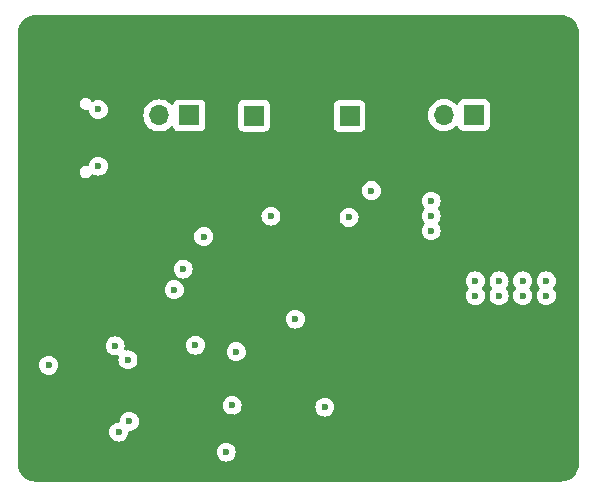
<source format=gbr>
%TF.GenerationSoftware,KiCad,Pcbnew,8.0.1*%
%TF.CreationDate,2024-06-13T11:44:25+10:00*%
%TF.ProjectId,CLD,434c442e-6b69-4636-9164-5f7063625858,rev?*%
%TF.SameCoordinates,Original*%
%TF.FileFunction,Copper,L2,Inr*%
%TF.FilePolarity,Positive*%
%FSLAX46Y46*%
G04 Gerber Fmt 4.6, Leading zero omitted, Abs format (unit mm)*
G04 Created by KiCad (PCBNEW 8.0.1) date 2024-06-13 11:44:25*
%MOMM*%
%LPD*%
G01*
G04 APERTURE LIST*
%TA.AperFunction,ComponentPad*%
%ADD10R,1.700000X1.700000*%
%TD*%
%TA.AperFunction,ComponentPad*%
%ADD11O,1.700000X1.700000*%
%TD*%
%TA.AperFunction,ComponentPad*%
%ADD12O,2.100000X1.000000*%
%TD*%
%TA.AperFunction,ComponentPad*%
%ADD13O,1.800000X1.000000*%
%TD*%
%TA.AperFunction,ViaPad*%
%ADD14C,0.600000*%
%TD*%
%TA.AperFunction,ViaPad*%
%ADD15C,4.500000*%
%TD*%
G04 APERTURE END LIST*
D10*
%TO.N,+5V*%
%TO.C,J3*%
X91008333Y-51512500D03*
D11*
%TO.N,GND*%
X93548333Y-51512500D03*
%TD*%
D12*
%TO.N,GND*%
%TO.C,J6*%
X77250000Y-49070000D03*
D13*
X73070000Y-49070000D03*
D12*
X77250000Y-57710000D03*
D13*
X73070000Y-57710000D03*
%TD*%
D10*
%TO.N,/Can_H*%
%TO.C,J4*%
X85525000Y-51500000D03*
D11*
%TO.N,/Can_L*%
X82985000Y-51500000D03*
%TD*%
D10*
%TO.N,VDD*%
%TO.C,J1*%
X109624999Y-51475000D03*
D11*
%TO.N,Net-(J1-Pin_2)*%
X107084999Y-51475000D03*
%TD*%
D10*
%TO.N,VDD*%
%TO.C,J2*%
X99091666Y-51537500D03*
D11*
%TO.N,GND*%
X101631666Y-51537500D03*
%TD*%
D14*
%TO.N,GND*%
X72000000Y-53750000D03*
X75250000Y-53500000D03*
X72000000Y-50750000D03*
X73750000Y-52000000D03*
X72000000Y-71250000D03*
X72250000Y-62500000D03*
X72250000Y-66250000D03*
X103000000Y-81000000D03*
%TO.N,+3.3V*%
X89150000Y-76050000D03*
X88650000Y-80000000D03*
X97000000Y-76200000D03*
%TO.N,GND*%
X104250000Y-60000000D03*
X85875000Y-77000000D03*
X101250000Y-73500000D03*
X106500000Y-73000000D03*
D15*
X116250000Y-45500000D03*
D14*
X115500000Y-60000000D03*
X85250000Y-74500000D03*
X88125000Y-77000000D03*
X95000000Y-58250000D03*
X117000000Y-62500000D03*
X117000000Y-58000000D03*
X103000000Y-74500000D03*
X80250000Y-65500000D03*
X93093324Y-72530330D03*
X98000000Y-73750000D03*
X74000000Y-69000000D03*
X104250000Y-61500000D03*
D15*
X73250000Y-45500000D03*
D14*
X106500000Y-68750000D03*
X82922785Y-79828966D03*
X96000000Y-48500000D03*
X117250000Y-48500000D03*
X102750000Y-60000000D03*
X106500000Y-71500000D03*
X107575000Y-76000000D03*
X89000000Y-67500000D03*
X87500000Y-66000000D03*
X102500000Y-63500000D03*
X118000000Y-68750000D03*
X80000000Y-48500000D03*
X91250000Y-71750000D03*
X83750000Y-78000000D03*
X96500000Y-56250000D03*
X97406676Y-71469670D03*
X77000000Y-69500000D03*
X89500000Y-57500000D03*
X101500000Y-62500000D03*
X89125000Y-77000000D03*
X88000000Y-48500000D03*
X74500000Y-49000000D03*
X90750000Y-57500000D03*
X86875000Y-77000000D03*
X92000000Y-67000000D03*
X91500000Y-81750000D03*
X110500000Y-81000000D03*
X87125000Y-80000000D03*
X106500000Y-70250000D03*
X92000000Y-65000000D03*
X96750000Y-80750000D03*
X93000000Y-66000000D03*
X103500000Y-63500000D03*
X110500000Y-45000000D03*
X76000000Y-58000000D03*
X118000000Y-74750000D03*
X88625000Y-74000000D03*
X82250000Y-74000000D03*
X110750000Y-75750000D03*
D15*
X116250000Y-80000000D03*
D14*
X76500000Y-44000000D03*
X78500000Y-49000000D03*
X80250000Y-64250000D03*
X100500000Y-61500000D03*
X88125000Y-75000000D03*
X95750000Y-57500000D03*
X104500000Y-73750000D03*
X92201992Y-74951992D03*
X80000000Y-58000000D03*
X89500000Y-65000000D03*
X85000000Y-72000000D03*
X76250000Y-64250000D03*
X84250000Y-58000000D03*
X82000000Y-45000000D03*
X74250000Y-76250000D03*
X104500000Y-72500000D03*
X76500000Y-82000000D03*
X78250000Y-74750000D03*
X108750000Y-75750000D03*
X103500000Y-60750000D03*
D15*
X73250000Y-80000000D03*
D14*
X77000000Y-74000000D03*
X99000000Y-56250000D03*
%TO.N,+3.3V*%
X92438128Y-60021313D03*
X86048008Y-70951992D03*
X94500000Y-68750000D03*
X84250000Y-66250000D03*
X99050001Y-60137500D03*
X85000000Y-64500000D03*
X86750000Y-61750000D03*
X89500000Y-71500000D03*
%TO.N,VDD*%
X100949999Y-57862500D03*
%TO.N,+5V*%
X73624011Y-72646169D03*
X77825000Y-50990000D03*
X77825000Y-55790000D03*
%TO.N,/Can_L*%
X79551076Y-78301076D03*
X79250000Y-71000000D03*
%TO.N,/Can_H*%
X80449102Y-77403050D03*
X80333363Y-72185337D03*
%TO.N,Net-(L1-Pad1)*%
X106000000Y-58750000D03*
X111750000Y-66750000D03*
X109750000Y-65500000D03*
X106000000Y-61250000D03*
X115750000Y-66750000D03*
X113750000Y-66750000D03*
X109750000Y-66750000D03*
X113750000Y-65500000D03*
X115750000Y-65500000D03*
X106000000Y-60000000D03*
X111750000Y-65500000D03*
%TD*%
%TA.AperFunction,Conductor*%
%TO.N,GND*%
G36*
X117004418Y-43000816D02*
G01*
X117204561Y-43015130D01*
X117222063Y-43017647D01*
X117413797Y-43059355D01*
X117430755Y-43064334D01*
X117614609Y-43132909D01*
X117630701Y-43140259D01*
X117802904Y-43234288D01*
X117817784Y-43243849D01*
X117974867Y-43361441D01*
X117988237Y-43373027D01*
X118126972Y-43511762D01*
X118138558Y-43525132D01*
X118256146Y-43682210D01*
X118265711Y-43697095D01*
X118359740Y-43869298D01*
X118367090Y-43885390D01*
X118435662Y-44069236D01*
X118440646Y-44086212D01*
X118482351Y-44277931D01*
X118484869Y-44295442D01*
X118499184Y-44495580D01*
X118499500Y-44504427D01*
X118499500Y-80995572D01*
X118499184Y-81004419D01*
X118484869Y-81204557D01*
X118482351Y-81222068D01*
X118440646Y-81413787D01*
X118435662Y-81430763D01*
X118367090Y-81614609D01*
X118359740Y-81630701D01*
X118265711Y-81802904D01*
X118256146Y-81817789D01*
X118138558Y-81974867D01*
X118126972Y-81988237D01*
X117988237Y-82126972D01*
X117974867Y-82138558D01*
X117817789Y-82256146D01*
X117802904Y-82265711D01*
X117630701Y-82359740D01*
X117614609Y-82367090D01*
X117430763Y-82435662D01*
X117413787Y-82440646D01*
X117222068Y-82482351D01*
X117204557Y-82484869D01*
X117023779Y-82497799D01*
X117004417Y-82499184D01*
X116995572Y-82499500D01*
X72504428Y-82499500D01*
X72495582Y-82499184D01*
X72473622Y-82497613D01*
X72295442Y-82484869D01*
X72277931Y-82482351D01*
X72086212Y-82440646D01*
X72069236Y-82435662D01*
X71885390Y-82367090D01*
X71869298Y-82359740D01*
X71697095Y-82265711D01*
X71682210Y-82256146D01*
X71525132Y-82138558D01*
X71511762Y-82126972D01*
X71373027Y-81988237D01*
X71361441Y-81974867D01*
X71243849Y-81817784D01*
X71234288Y-81802904D01*
X71140259Y-81630701D01*
X71132909Y-81614609D01*
X71072091Y-81451551D01*
X71064334Y-81430755D01*
X71059355Y-81413797D01*
X71017647Y-81222063D01*
X71015130Y-81204556D01*
X71000816Y-81004418D01*
X71000500Y-80995572D01*
X71000500Y-80000003D01*
X87844435Y-80000003D01*
X87864630Y-80179249D01*
X87864631Y-80179254D01*
X87924211Y-80349523D01*
X88020184Y-80502262D01*
X88147738Y-80629816D01*
X88300478Y-80725789D01*
X88470745Y-80785368D01*
X88470750Y-80785369D01*
X88649996Y-80805565D01*
X88650000Y-80805565D01*
X88650004Y-80805565D01*
X88829249Y-80785369D01*
X88829252Y-80785368D01*
X88829255Y-80785368D01*
X88999522Y-80725789D01*
X89152262Y-80629816D01*
X89279816Y-80502262D01*
X89375789Y-80349522D01*
X89435368Y-80179255D01*
X89455565Y-80000000D01*
X89435368Y-79820745D01*
X89375789Y-79650478D01*
X89279816Y-79497738D01*
X89152262Y-79370184D01*
X88999523Y-79274211D01*
X88829254Y-79214631D01*
X88829249Y-79214630D01*
X88650004Y-79194435D01*
X88649996Y-79194435D01*
X88470750Y-79214630D01*
X88470745Y-79214631D01*
X88300476Y-79274211D01*
X88147737Y-79370184D01*
X88020184Y-79497737D01*
X87924211Y-79650476D01*
X87864631Y-79820745D01*
X87864630Y-79820750D01*
X87844435Y-79999996D01*
X87844435Y-80000003D01*
X71000500Y-80000003D01*
X71000500Y-78301079D01*
X78745511Y-78301079D01*
X78765706Y-78480325D01*
X78765707Y-78480330D01*
X78825287Y-78650599D01*
X78921260Y-78803338D01*
X79048814Y-78930892D01*
X79201554Y-79026865D01*
X79371821Y-79086444D01*
X79371826Y-79086445D01*
X79551072Y-79106641D01*
X79551076Y-79106641D01*
X79551080Y-79106641D01*
X79730325Y-79086445D01*
X79730328Y-79086444D01*
X79730331Y-79086444D01*
X79900598Y-79026865D01*
X80053338Y-78930892D01*
X80180892Y-78803338D01*
X80276865Y-78650598D01*
X80336444Y-78480331D01*
X80354932Y-78316242D01*
X80381998Y-78251829D01*
X80439593Y-78212274D01*
X80464267Y-78206906D01*
X80504551Y-78202367D01*
X80628351Y-78188419D01*
X80628354Y-78188418D01*
X80628357Y-78188418D01*
X80798624Y-78128839D01*
X80951364Y-78032866D01*
X81078918Y-77905312D01*
X81174891Y-77752572D01*
X81234470Y-77582305D01*
X81241974Y-77515706D01*
X81254667Y-77403053D01*
X81254667Y-77403046D01*
X81234471Y-77223800D01*
X81234470Y-77223795D01*
X81174890Y-77053526D01*
X81094627Y-76925789D01*
X81078918Y-76900788D01*
X80951364Y-76773234D01*
X80798625Y-76677261D01*
X80628356Y-76617681D01*
X80628351Y-76617680D01*
X80449106Y-76597485D01*
X80449098Y-76597485D01*
X80269852Y-76617680D01*
X80269847Y-76617681D01*
X80099578Y-76677261D01*
X79946839Y-76773234D01*
X79819286Y-76900787D01*
X79723313Y-77053526D01*
X79663733Y-77223795D01*
X79663732Y-77223799D01*
X79645245Y-77387883D01*
X79618178Y-77452297D01*
X79560584Y-77491852D01*
X79535909Y-77497219D01*
X79371825Y-77515706D01*
X79371821Y-77515707D01*
X79201552Y-77575287D01*
X79048813Y-77671260D01*
X78921260Y-77798813D01*
X78825287Y-77951552D01*
X78765707Y-78121821D01*
X78765706Y-78121826D01*
X78745511Y-78301072D01*
X78745511Y-78301079D01*
X71000500Y-78301079D01*
X71000500Y-76050003D01*
X88344435Y-76050003D01*
X88364630Y-76229249D01*
X88364631Y-76229254D01*
X88424211Y-76399523D01*
X88518462Y-76549522D01*
X88520184Y-76552262D01*
X88647738Y-76679816D01*
X88683461Y-76702262D01*
X88796411Y-76773234D01*
X88800478Y-76775789D01*
X88954878Y-76829816D01*
X88970745Y-76835368D01*
X88970750Y-76835369D01*
X89149996Y-76855565D01*
X89150000Y-76855565D01*
X89150004Y-76855565D01*
X89329249Y-76835369D01*
X89329252Y-76835368D01*
X89329255Y-76835368D01*
X89499522Y-76775789D01*
X89652262Y-76679816D01*
X89779816Y-76552262D01*
X89875789Y-76399522D01*
X89935368Y-76229255D01*
X89938664Y-76200003D01*
X96194435Y-76200003D01*
X96214630Y-76379249D01*
X96214631Y-76379254D01*
X96274211Y-76549523D01*
X96354475Y-76677261D01*
X96370184Y-76702262D01*
X96497738Y-76829816D01*
X96588080Y-76886582D01*
X96610687Y-76900787D01*
X96650478Y-76925789D01*
X96820745Y-76985368D01*
X96820750Y-76985369D01*
X96999996Y-77005565D01*
X97000000Y-77005565D01*
X97000004Y-77005565D01*
X97179249Y-76985369D01*
X97179252Y-76985368D01*
X97179255Y-76985368D01*
X97349522Y-76925789D01*
X97502262Y-76829816D01*
X97629816Y-76702262D01*
X97725789Y-76549522D01*
X97785368Y-76379255D01*
X97802269Y-76229254D01*
X97805565Y-76200003D01*
X97805565Y-76199996D01*
X97785369Y-76020750D01*
X97785368Y-76020745D01*
X97732882Y-75870750D01*
X97725789Y-75850478D01*
X97629816Y-75697738D01*
X97502262Y-75570184D01*
X97349523Y-75474211D01*
X97179254Y-75414631D01*
X97179249Y-75414630D01*
X97000004Y-75394435D01*
X96999996Y-75394435D01*
X96820750Y-75414630D01*
X96820745Y-75414631D01*
X96650476Y-75474211D01*
X96497737Y-75570184D01*
X96370184Y-75697737D01*
X96274211Y-75850476D01*
X96214631Y-76020745D01*
X96214630Y-76020750D01*
X96194435Y-76199996D01*
X96194435Y-76200003D01*
X89938664Y-76200003D01*
X89955565Y-76050003D01*
X89955565Y-76049996D01*
X89935369Y-75870750D01*
X89935368Y-75870745D01*
X89875788Y-75700476D01*
X89836582Y-75638080D01*
X89779816Y-75547738D01*
X89652262Y-75420184D01*
X89643426Y-75414632D01*
X89499523Y-75324211D01*
X89329254Y-75264631D01*
X89329249Y-75264630D01*
X89150004Y-75244435D01*
X89149996Y-75244435D01*
X88970750Y-75264630D01*
X88970745Y-75264631D01*
X88800476Y-75324211D01*
X88647737Y-75420184D01*
X88520184Y-75547737D01*
X88424211Y-75700476D01*
X88364631Y-75870745D01*
X88364630Y-75870750D01*
X88344435Y-76049996D01*
X88344435Y-76050003D01*
X71000500Y-76050003D01*
X71000500Y-72646172D01*
X72818446Y-72646172D01*
X72838641Y-72825418D01*
X72838642Y-72825423D01*
X72898222Y-72995692D01*
X72994195Y-73148431D01*
X73121749Y-73275985D01*
X73274489Y-73371958D01*
X73444756Y-73431537D01*
X73444761Y-73431538D01*
X73624007Y-73451734D01*
X73624011Y-73451734D01*
X73624015Y-73451734D01*
X73803260Y-73431538D01*
X73803263Y-73431537D01*
X73803266Y-73431537D01*
X73973533Y-73371958D01*
X74126273Y-73275985D01*
X74253827Y-73148431D01*
X74349800Y-72995691D01*
X74409379Y-72825424D01*
X74409380Y-72825418D01*
X74429576Y-72646172D01*
X74429576Y-72646165D01*
X74409380Y-72466919D01*
X74409379Y-72466914D01*
X74373575Y-72364592D01*
X74349800Y-72296647D01*
X74253827Y-72143907D01*
X74126273Y-72016353D01*
X74103847Y-72002262D01*
X73973534Y-71920380D01*
X73803265Y-71860800D01*
X73803260Y-71860799D01*
X73624015Y-71840604D01*
X73624007Y-71840604D01*
X73444761Y-71860799D01*
X73444756Y-71860800D01*
X73274487Y-71920380D01*
X73121748Y-72016353D01*
X72994195Y-72143906D01*
X72898222Y-72296645D01*
X72838642Y-72466914D01*
X72838641Y-72466919D01*
X72818446Y-72646165D01*
X72818446Y-72646172D01*
X71000500Y-72646172D01*
X71000500Y-71000003D01*
X78444435Y-71000003D01*
X78464630Y-71179249D01*
X78464631Y-71179254D01*
X78524211Y-71349523D01*
X78593345Y-71459548D01*
X78620184Y-71502262D01*
X78747738Y-71629816D01*
X78900478Y-71725789D01*
X78991266Y-71757557D01*
X79070745Y-71785368D01*
X79070750Y-71785369D01*
X79249996Y-71805565D01*
X79250000Y-71805565D01*
X79250004Y-71805565D01*
X79436175Y-71784589D01*
X79436500Y-71787478D01*
X79493239Y-71790955D01*
X79549596Y-71832254D01*
X79574679Y-71897466D01*
X79568134Y-71948528D01*
X79547994Y-72006082D01*
X79547993Y-72006087D01*
X79527798Y-72185333D01*
X79527798Y-72185340D01*
X79547993Y-72364586D01*
X79547994Y-72364591D01*
X79607574Y-72534860D01*
X79703547Y-72687599D01*
X79831101Y-72815153D01*
X79983841Y-72911126D01*
X80154108Y-72970705D01*
X80154113Y-72970706D01*
X80333359Y-72990902D01*
X80333363Y-72990902D01*
X80333367Y-72990902D01*
X80512612Y-72970706D01*
X80512615Y-72970705D01*
X80512618Y-72970705D01*
X80682885Y-72911126D01*
X80835625Y-72815153D01*
X80963179Y-72687599D01*
X81059152Y-72534859D01*
X81118731Y-72364592D01*
X81125382Y-72305565D01*
X81138928Y-72185340D01*
X81138928Y-72185333D01*
X81118732Y-72006087D01*
X81118731Y-72006082D01*
X81098592Y-71948528D01*
X81059152Y-71835815D01*
X81056914Y-71832254D01*
X80997289Y-71737361D01*
X80963179Y-71683075D01*
X80835625Y-71555521D01*
X80747269Y-71500003D01*
X80682886Y-71459548D01*
X80512617Y-71399968D01*
X80512612Y-71399967D01*
X80333367Y-71379772D01*
X80333359Y-71379772D01*
X80147188Y-71400748D01*
X80146865Y-71397882D01*
X80089992Y-71394333D01*
X80033681Y-71352971D01*
X80008671Y-71287730D01*
X80015228Y-71236810D01*
X80035368Y-71179255D01*
X80035369Y-71179249D01*
X80055565Y-71000003D01*
X80055565Y-70999996D01*
X80050157Y-70951995D01*
X85242443Y-70951995D01*
X85262638Y-71131241D01*
X85262639Y-71131246D01*
X85322219Y-71301515D01*
X85371392Y-71379772D01*
X85418192Y-71454254D01*
X85545746Y-71581808D01*
X85698486Y-71677781D01*
X85835682Y-71725788D01*
X85868753Y-71737360D01*
X85868758Y-71737361D01*
X86048004Y-71757557D01*
X86048008Y-71757557D01*
X86048012Y-71757557D01*
X86227257Y-71737361D01*
X86227260Y-71737360D01*
X86227263Y-71737360D01*
X86397530Y-71677781D01*
X86550270Y-71581808D01*
X86632075Y-71500003D01*
X88694435Y-71500003D01*
X88714630Y-71679249D01*
X88714631Y-71679254D01*
X88774211Y-71849523D01*
X88870184Y-72002262D01*
X88997738Y-72129816D01*
X89150478Y-72225789D01*
X89320745Y-72285368D01*
X89320750Y-72285369D01*
X89499996Y-72305565D01*
X89500000Y-72305565D01*
X89500004Y-72305565D01*
X89679249Y-72285369D01*
X89679252Y-72285368D01*
X89679255Y-72285368D01*
X89849522Y-72225789D01*
X90002262Y-72129816D01*
X90129816Y-72002262D01*
X90225789Y-71849522D01*
X90285368Y-71679255D01*
X90285534Y-71677781D01*
X90305565Y-71500003D01*
X90305565Y-71499996D01*
X90285369Y-71320750D01*
X90285368Y-71320745D01*
X90278639Y-71301514D01*
X90225789Y-71150478D01*
X90213705Y-71131247D01*
X90131237Y-71000000D01*
X90129816Y-70997738D01*
X90002262Y-70870184D01*
X89849523Y-70774211D01*
X89679254Y-70714631D01*
X89679249Y-70714630D01*
X89500004Y-70694435D01*
X89499996Y-70694435D01*
X89320750Y-70714630D01*
X89320745Y-70714631D01*
X89150476Y-70774211D01*
X88997737Y-70870184D01*
X88870184Y-70997737D01*
X88774211Y-71150476D01*
X88714631Y-71320745D01*
X88714630Y-71320750D01*
X88694435Y-71499996D01*
X88694435Y-71500003D01*
X86632075Y-71500003D01*
X86677824Y-71454254D01*
X86773797Y-71301514D01*
X86833376Y-71131247D01*
X86848164Y-71000000D01*
X86853573Y-70951995D01*
X86853573Y-70951988D01*
X86833377Y-70772742D01*
X86833376Y-70772737D01*
X86773796Y-70602468D01*
X86677823Y-70449729D01*
X86550270Y-70322176D01*
X86397531Y-70226203D01*
X86227262Y-70166623D01*
X86227257Y-70166622D01*
X86048012Y-70146427D01*
X86048004Y-70146427D01*
X85868758Y-70166622D01*
X85868753Y-70166623D01*
X85698484Y-70226203D01*
X85545745Y-70322176D01*
X85418192Y-70449729D01*
X85322219Y-70602468D01*
X85262639Y-70772737D01*
X85262638Y-70772742D01*
X85242443Y-70951988D01*
X85242443Y-70951995D01*
X80050157Y-70951995D01*
X80035369Y-70820750D01*
X80035368Y-70820745D01*
X79975788Y-70650476D01*
X79879815Y-70497737D01*
X79752262Y-70370184D01*
X79599523Y-70274211D01*
X79429254Y-70214631D01*
X79429249Y-70214630D01*
X79250004Y-70194435D01*
X79249996Y-70194435D01*
X79070750Y-70214630D01*
X79070745Y-70214631D01*
X78900476Y-70274211D01*
X78747737Y-70370184D01*
X78620184Y-70497737D01*
X78524211Y-70650476D01*
X78464631Y-70820745D01*
X78464630Y-70820750D01*
X78444435Y-70999996D01*
X78444435Y-71000003D01*
X71000500Y-71000003D01*
X71000500Y-68750003D01*
X93694435Y-68750003D01*
X93714630Y-68929249D01*
X93714631Y-68929254D01*
X93774211Y-69099523D01*
X93870184Y-69252262D01*
X93997738Y-69379816D01*
X94150478Y-69475789D01*
X94320745Y-69535368D01*
X94320750Y-69535369D01*
X94499996Y-69555565D01*
X94500000Y-69555565D01*
X94500004Y-69555565D01*
X94679249Y-69535369D01*
X94679252Y-69535368D01*
X94679255Y-69535368D01*
X94849522Y-69475789D01*
X95002262Y-69379816D01*
X95129816Y-69252262D01*
X95225789Y-69099522D01*
X95285368Y-68929255D01*
X95305565Y-68750000D01*
X95285368Y-68570745D01*
X95225789Y-68400478D01*
X95129816Y-68247738D01*
X95002262Y-68120184D01*
X94849523Y-68024211D01*
X94679254Y-67964631D01*
X94679249Y-67964630D01*
X94500004Y-67944435D01*
X94499996Y-67944435D01*
X94320750Y-67964630D01*
X94320745Y-67964631D01*
X94150476Y-68024211D01*
X93997737Y-68120184D01*
X93870184Y-68247737D01*
X93774211Y-68400476D01*
X93714631Y-68570745D01*
X93714630Y-68570750D01*
X93694435Y-68749996D01*
X93694435Y-68750003D01*
X71000500Y-68750003D01*
X71000500Y-66250003D01*
X83444435Y-66250003D01*
X83464630Y-66429249D01*
X83464631Y-66429254D01*
X83524211Y-66599523D01*
X83618760Y-66749996D01*
X83620184Y-66752262D01*
X83747738Y-66879816D01*
X83900478Y-66975789D01*
X84070745Y-67035368D01*
X84070750Y-67035369D01*
X84249996Y-67055565D01*
X84250000Y-67055565D01*
X84250004Y-67055565D01*
X84429249Y-67035369D01*
X84429252Y-67035368D01*
X84429255Y-67035368D01*
X84599522Y-66975789D01*
X84752262Y-66879816D01*
X84879816Y-66752262D01*
X84881235Y-66750003D01*
X108944435Y-66750003D01*
X108964630Y-66929249D01*
X108964631Y-66929254D01*
X109024211Y-67099523D01*
X109120184Y-67252262D01*
X109247738Y-67379816D01*
X109400478Y-67475789D01*
X109570745Y-67535368D01*
X109570750Y-67535369D01*
X109749996Y-67555565D01*
X109750000Y-67555565D01*
X109750004Y-67555565D01*
X109929249Y-67535369D01*
X109929252Y-67535368D01*
X109929255Y-67535368D01*
X110099522Y-67475789D01*
X110252262Y-67379816D01*
X110379816Y-67252262D01*
X110475789Y-67099522D01*
X110535368Y-66929255D01*
X110535369Y-66929249D01*
X110555565Y-66750003D01*
X110944435Y-66750003D01*
X110964630Y-66929249D01*
X110964631Y-66929254D01*
X111024211Y-67099523D01*
X111120184Y-67252262D01*
X111247738Y-67379816D01*
X111400478Y-67475789D01*
X111570745Y-67535368D01*
X111570750Y-67535369D01*
X111749996Y-67555565D01*
X111750000Y-67555565D01*
X111750004Y-67555565D01*
X111929249Y-67535369D01*
X111929252Y-67535368D01*
X111929255Y-67535368D01*
X112099522Y-67475789D01*
X112252262Y-67379816D01*
X112379816Y-67252262D01*
X112475789Y-67099522D01*
X112535368Y-66929255D01*
X112535369Y-66929249D01*
X112555565Y-66750003D01*
X112944435Y-66750003D01*
X112964630Y-66929249D01*
X112964631Y-66929254D01*
X113024211Y-67099523D01*
X113120184Y-67252262D01*
X113247738Y-67379816D01*
X113400478Y-67475789D01*
X113570745Y-67535368D01*
X113570750Y-67535369D01*
X113749996Y-67555565D01*
X113750000Y-67555565D01*
X113750004Y-67555565D01*
X113929249Y-67535369D01*
X113929252Y-67535368D01*
X113929255Y-67535368D01*
X114099522Y-67475789D01*
X114252262Y-67379816D01*
X114379816Y-67252262D01*
X114475789Y-67099522D01*
X114535368Y-66929255D01*
X114535369Y-66929249D01*
X114555565Y-66750003D01*
X114944435Y-66750003D01*
X114964630Y-66929249D01*
X114964631Y-66929254D01*
X115024211Y-67099523D01*
X115120184Y-67252262D01*
X115247738Y-67379816D01*
X115400478Y-67475789D01*
X115570745Y-67535368D01*
X115570750Y-67535369D01*
X115749996Y-67555565D01*
X115750000Y-67555565D01*
X115750004Y-67555565D01*
X115929249Y-67535369D01*
X115929252Y-67535368D01*
X115929255Y-67535368D01*
X116099522Y-67475789D01*
X116252262Y-67379816D01*
X116379816Y-67252262D01*
X116475789Y-67099522D01*
X116535368Y-66929255D01*
X116535369Y-66929249D01*
X116555565Y-66750003D01*
X116555565Y-66749996D01*
X116535369Y-66570750D01*
X116535368Y-66570745D01*
X116475789Y-66400478D01*
X116379816Y-66247738D01*
X116344759Y-66212681D01*
X116311274Y-66151358D01*
X116316258Y-66081666D01*
X116344759Y-66037319D01*
X116379816Y-66002262D01*
X116475789Y-65849522D01*
X116535368Y-65679255D01*
X116555565Y-65500000D01*
X116549304Y-65444435D01*
X116535369Y-65320750D01*
X116535368Y-65320745D01*
X116475788Y-65150476D01*
X116436582Y-65088080D01*
X116379816Y-64997738D01*
X116252262Y-64870184D01*
X116219379Y-64849522D01*
X116099523Y-64774211D01*
X115929254Y-64714631D01*
X115929249Y-64714630D01*
X115750004Y-64694435D01*
X115749996Y-64694435D01*
X115570750Y-64714630D01*
X115570745Y-64714631D01*
X115400476Y-64774211D01*
X115247737Y-64870184D01*
X115120184Y-64997737D01*
X115024211Y-65150476D01*
X114964631Y-65320745D01*
X114964630Y-65320750D01*
X114944435Y-65499996D01*
X114944435Y-65500003D01*
X114964630Y-65679249D01*
X114964631Y-65679254D01*
X115024211Y-65849523D01*
X115120184Y-66002262D01*
X115155241Y-66037319D01*
X115188726Y-66098642D01*
X115183742Y-66168334D01*
X115155241Y-66212681D01*
X115120184Y-66247737D01*
X115024211Y-66400476D01*
X114964631Y-66570745D01*
X114964630Y-66570750D01*
X114944435Y-66749996D01*
X114944435Y-66750003D01*
X114555565Y-66750003D01*
X114555565Y-66749996D01*
X114535369Y-66570750D01*
X114535368Y-66570745D01*
X114475789Y-66400478D01*
X114379816Y-66247738D01*
X114344759Y-66212681D01*
X114311274Y-66151358D01*
X114316258Y-66081666D01*
X114344759Y-66037319D01*
X114379816Y-66002262D01*
X114475789Y-65849522D01*
X114535368Y-65679255D01*
X114555565Y-65500000D01*
X114549304Y-65444435D01*
X114535369Y-65320750D01*
X114535368Y-65320745D01*
X114475788Y-65150476D01*
X114436582Y-65088080D01*
X114379816Y-64997738D01*
X114252262Y-64870184D01*
X114219379Y-64849522D01*
X114099523Y-64774211D01*
X113929254Y-64714631D01*
X113929249Y-64714630D01*
X113750004Y-64694435D01*
X113749996Y-64694435D01*
X113570750Y-64714630D01*
X113570745Y-64714631D01*
X113400476Y-64774211D01*
X113247737Y-64870184D01*
X113120184Y-64997737D01*
X113024211Y-65150476D01*
X112964631Y-65320745D01*
X112964630Y-65320750D01*
X112944435Y-65499996D01*
X112944435Y-65500003D01*
X112964630Y-65679249D01*
X112964631Y-65679254D01*
X113024211Y-65849523D01*
X113120184Y-66002262D01*
X113155241Y-66037319D01*
X113188726Y-66098642D01*
X113183742Y-66168334D01*
X113155241Y-66212681D01*
X113120184Y-66247737D01*
X113024211Y-66400476D01*
X112964631Y-66570745D01*
X112964630Y-66570750D01*
X112944435Y-66749996D01*
X112944435Y-66750003D01*
X112555565Y-66750003D01*
X112555565Y-66749996D01*
X112535369Y-66570750D01*
X112535368Y-66570745D01*
X112475789Y-66400478D01*
X112379816Y-66247738D01*
X112344759Y-66212681D01*
X112311274Y-66151358D01*
X112316258Y-66081666D01*
X112344759Y-66037319D01*
X112379816Y-66002262D01*
X112475789Y-65849522D01*
X112535368Y-65679255D01*
X112555565Y-65500000D01*
X112549304Y-65444435D01*
X112535369Y-65320750D01*
X112535368Y-65320745D01*
X112475788Y-65150476D01*
X112436582Y-65088080D01*
X112379816Y-64997738D01*
X112252262Y-64870184D01*
X112219379Y-64849522D01*
X112099523Y-64774211D01*
X111929254Y-64714631D01*
X111929249Y-64714630D01*
X111750004Y-64694435D01*
X111749996Y-64694435D01*
X111570750Y-64714630D01*
X111570745Y-64714631D01*
X111400476Y-64774211D01*
X111247737Y-64870184D01*
X111120184Y-64997737D01*
X111024211Y-65150476D01*
X110964631Y-65320745D01*
X110964630Y-65320750D01*
X110944435Y-65499996D01*
X110944435Y-65500003D01*
X110964630Y-65679249D01*
X110964631Y-65679254D01*
X111024211Y-65849523D01*
X111120184Y-66002262D01*
X111155241Y-66037319D01*
X111188726Y-66098642D01*
X111183742Y-66168334D01*
X111155241Y-66212681D01*
X111120184Y-66247737D01*
X111024211Y-66400476D01*
X110964631Y-66570745D01*
X110964630Y-66570750D01*
X110944435Y-66749996D01*
X110944435Y-66750003D01*
X110555565Y-66750003D01*
X110555565Y-66749996D01*
X110535369Y-66570750D01*
X110535368Y-66570745D01*
X110475789Y-66400478D01*
X110379816Y-66247738D01*
X110344759Y-66212681D01*
X110311274Y-66151358D01*
X110316258Y-66081666D01*
X110344759Y-66037319D01*
X110379816Y-66002262D01*
X110475789Y-65849522D01*
X110535368Y-65679255D01*
X110555565Y-65500000D01*
X110549304Y-65444435D01*
X110535369Y-65320750D01*
X110535368Y-65320745D01*
X110475788Y-65150476D01*
X110436582Y-65088080D01*
X110379816Y-64997738D01*
X110252262Y-64870184D01*
X110219379Y-64849522D01*
X110099523Y-64774211D01*
X109929254Y-64714631D01*
X109929249Y-64714630D01*
X109750004Y-64694435D01*
X109749996Y-64694435D01*
X109570750Y-64714630D01*
X109570745Y-64714631D01*
X109400476Y-64774211D01*
X109247737Y-64870184D01*
X109120184Y-64997737D01*
X109024211Y-65150476D01*
X108964631Y-65320745D01*
X108964630Y-65320750D01*
X108944435Y-65499996D01*
X108944435Y-65500003D01*
X108964630Y-65679249D01*
X108964631Y-65679254D01*
X109024211Y-65849523D01*
X109120184Y-66002262D01*
X109155241Y-66037319D01*
X109188726Y-66098642D01*
X109183742Y-66168334D01*
X109155241Y-66212681D01*
X109120184Y-66247737D01*
X109024211Y-66400476D01*
X108964631Y-66570745D01*
X108964630Y-66570750D01*
X108944435Y-66749996D01*
X108944435Y-66750003D01*
X84881235Y-66750003D01*
X84975789Y-66599522D01*
X85035368Y-66429255D01*
X85035369Y-66429249D01*
X85055565Y-66250003D01*
X85055565Y-66249996D01*
X85035369Y-66070750D01*
X85035368Y-66070745D01*
X84975788Y-65900476D01*
X84879815Y-65747737D01*
X84752262Y-65620184D01*
X84599523Y-65524211D01*
X84429254Y-65464631D01*
X84429249Y-65464630D01*
X84250004Y-65444435D01*
X84249996Y-65444435D01*
X84070750Y-65464630D01*
X84070745Y-65464631D01*
X83900476Y-65524211D01*
X83747737Y-65620184D01*
X83620184Y-65747737D01*
X83524211Y-65900476D01*
X83464631Y-66070745D01*
X83464630Y-66070750D01*
X83444435Y-66249996D01*
X83444435Y-66250003D01*
X71000500Y-66250003D01*
X71000500Y-64500003D01*
X84194435Y-64500003D01*
X84214630Y-64679249D01*
X84214631Y-64679254D01*
X84274211Y-64849523D01*
X84367341Y-64997737D01*
X84370184Y-65002262D01*
X84497738Y-65129816D01*
X84650478Y-65225789D01*
X84820745Y-65285368D01*
X84820750Y-65285369D01*
X84999996Y-65305565D01*
X85000000Y-65305565D01*
X85000004Y-65305565D01*
X85179249Y-65285369D01*
X85179252Y-65285368D01*
X85179255Y-65285368D01*
X85349522Y-65225789D01*
X85502262Y-65129816D01*
X85629816Y-65002262D01*
X85725789Y-64849522D01*
X85785368Y-64679255D01*
X85805565Y-64500000D01*
X85785368Y-64320745D01*
X85725789Y-64150478D01*
X85629816Y-63997738D01*
X85502262Y-63870184D01*
X85349523Y-63774211D01*
X85179254Y-63714631D01*
X85179249Y-63714630D01*
X85000004Y-63694435D01*
X84999996Y-63694435D01*
X84820750Y-63714630D01*
X84820745Y-63714631D01*
X84650476Y-63774211D01*
X84497737Y-63870184D01*
X84370184Y-63997737D01*
X84274211Y-64150476D01*
X84214631Y-64320745D01*
X84214630Y-64320750D01*
X84194435Y-64499996D01*
X84194435Y-64500003D01*
X71000500Y-64500003D01*
X71000500Y-61750003D01*
X85944435Y-61750003D01*
X85964630Y-61929249D01*
X85964631Y-61929254D01*
X86024211Y-62099523D01*
X86120184Y-62252262D01*
X86247738Y-62379816D01*
X86400478Y-62475789D01*
X86570745Y-62535368D01*
X86570750Y-62535369D01*
X86749996Y-62555565D01*
X86750000Y-62555565D01*
X86750004Y-62555565D01*
X86929249Y-62535369D01*
X86929252Y-62535368D01*
X86929255Y-62535368D01*
X87099522Y-62475789D01*
X87252262Y-62379816D01*
X87379816Y-62252262D01*
X87475789Y-62099522D01*
X87535368Y-61929255D01*
X87535369Y-61929249D01*
X87555565Y-61750003D01*
X87555565Y-61749996D01*
X87535369Y-61570750D01*
X87535368Y-61570745D01*
X87475789Y-61400478D01*
X87381239Y-61250003D01*
X105194435Y-61250003D01*
X105214630Y-61429249D01*
X105214631Y-61429254D01*
X105274211Y-61599523D01*
X105368760Y-61749996D01*
X105370184Y-61752262D01*
X105497738Y-61879816D01*
X105650478Y-61975789D01*
X105820745Y-62035368D01*
X105820750Y-62035369D01*
X105999996Y-62055565D01*
X106000000Y-62055565D01*
X106000004Y-62055565D01*
X106179249Y-62035369D01*
X106179252Y-62035368D01*
X106179255Y-62035368D01*
X106349522Y-61975789D01*
X106502262Y-61879816D01*
X106629816Y-61752262D01*
X106725789Y-61599522D01*
X106785368Y-61429255D01*
X106785369Y-61429249D01*
X106805565Y-61250003D01*
X106805565Y-61249996D01*
X106785369Y-61070750D01*
X106785368Y-61070745D01*
X106733624Y-60922869D01*
X106725789Y-60900478D01*
X106629816Y-60747738D01*
X106594759Y-60712681D01*
X106561274Y-60651358D01*
X106566258Y-60581666D01*
X106594759Y-60537319D01*
X106608503Y-60523575D01*
X106629816Y-60502262D01*
X106725789Y-60349522D01*
X106785368Y-60179255D01*
X106785369Y-60179249D01*
X106805565Y-60000003D01*
X106805565Y-59999996D01*
X106785369Y-59820750D01*
X106785368Y-59820745D01*
X106773902Y-59787976D01*
X106725789Y-59650478D01*
X106716212Y-59635237D01*
X106629815Y-59497737D01*
X106594759Y-59462681D01*
X106561274Y-59401358D01*
X106566258Y-59331666D01*
X106594759Y-59287319D01*
X106629816Y-59252262D01*
X106725789Y-59099522D01*
X106785368Y-58929255D01*
X106805565Y-58750000D01*
X106796333Y-58668065D01*
X106785369Y-58570750D01*
X106785368Y-58570745D01*
X106725789Y-58400478D01*
X106629816Y-58247738D01*
X106502262Y-58120184D01*
X106349523Y-58024211D01*
X106179254Y-57964631D01*
X106179249Y-57964630D01*
X106000004Y-57944435D01*
X105999996Y-57944435D01*
X105820750Y-57964630D01*
X105820745Y-57964631D01*
X105650476Y-58024211D01*
X105497737Y-58120184D01*
X105370184Y-58247737D01*
X105274211Y-58400476D01*
X105214631Y-58570745D01*
X105214630Y-58570750D01*
X105194435Y-58749996D01*
X105194435Y-58750003D01*
X105214630Y-58929249D01*
X105214631Y-58929254D01*
X105274211Y-59099523D01*
X105370184Y-59252262D01*
X105405241Y-59287319D01*
X105438726Y-59348642D01*
X105433742Y-59418334D01*
X105405241Y-59462681D01*
X105370184Y-59497737D01*
X105274211Y-59650476D01*
X105214631Y-59820745D01*
X105214630Y-59820750D01*
X105194435Y-59999996D01*
X105194435Y-60000003D01*
X105214630Y-60179249D01*
X105214631Y-60179254D01*
X105274211Y-60349523D01*
X105370184Y-60502262D01*
X105405241Y-60537319D01*
X105438726Y-60598642D01*
X105433742Y-60668334D01*
X105405241Y-60712681D01*
X105370184Y-60747737D01*
X105274211Y-60900476D01*
X105214631Y-61070745D01*
X105214630Y-61070750D01*
X105194435Y-61249996D01*
X105194435Y-61250003D01*
X87381239Y-61250003D01*
X87379816Y-61247738D01*
X87252262Y-61120184D01*
X87099523Y-61024211D01*
X86929254Y-60964631D01*
X86929249Y-60964630D01*
X86750004Y-60944435D01*
X86749996Y-60944435D01*
X86570750Y-60964630D01*
X86570745Y-60964631D01*
X86400476Y-61024211D01*
X86247737Y-61120184D01*
X86120184Y-61247737D01*
X86024211Y-61400476D01*
X85964631Y-61570745D01*
X85964630Y-61570750D01*
X85944435Y-61749996D01*
X85944435Y-61750003D01*
X71000500Y-61750003D01*
X71000500Y-60021316D01*
X91632563Y-60021316D01*
X91652758Y-60200562D01*
X91652759Y-60200567D01*
X91712339Y-60370836D01*
X91785344Y-60487022D01*
X91808312Y-60523575D01*
X91935866Y-60651129D01*
X92088606Y-60747102D01*
X92258873Y-60806681D01*
X92258878Y-60806682D01*
X92438124Y-60826878D01*
X92438128Y-60826878D01*
X92438132Y-60826878D01*
X92617377Y-60806682D01*
X92617380Y-60806681D01*
X92617383Y-60806681D01*
X92787650Y-60747102D01*
X92940390Y-60651129D01*
X93067944Y-60523575D01*
X93163917Y-60370835D01*
X93223496Y-60200568D01*
X93223497Y-60200562D01*
X93230602Y-60137503D01*
X98244436Y-60137503D01*
X98264631Y-60316749D01*
X98264632Y-60316754D01*
X98324212Y-60487023D01*
X98410909Y-60625000D01*
X98420185Y-60639762D01*
X98547739Y-60767316D01*
X98700479Y-60863289D01*
X98806759Y-60900478D01*
X98870746Y-60922868D01*
X98870751Y-60922869D01*
X99049997Y-60943065D01*
X99050001Y-60943065D01*
X99050005Y-60943065D01*
X99229250Y-60922869D01*
X99229253Y-60922868D01*
X99229256Y-60922868D01*
X99399523Y-60863289D01*
X99552263Y-60767316D01*
X99679817Y-60639762D01*
X99775790Y-60487022D01*
X99835369Y-60316755D01*
X99848461Y-60200562D01*
X99855566Y-60137503D01*
X99855566Y-60137496D01*
X99835370Y-59958250D01*
X99835369Y-59958245D01*
X99787257Y-59820750D01*
X99775790Y-59787978D01*
X99679817Y-59635238D01*
X99552263Y-59507684D01*
X99536434Y-59497738D01*
X99399524Y-59411711D01*
X99229255Y-59352131D01*
X99229250Y-59352130D01*
X99050005Y-59331935D01*
X99049997Y-59331935D01*
X98870751Y-59352130D01*
X98870746Y-59352131D01*
X98700477Y-59411711D01*
X98547738Y-59507684D01*
X98420185Y-59635237D01*
X98324212Y-59787976D01*
X98264632Y-59958245D01*
X98264631Y-59958250D01*
X98244436Y-60137496D01*
X98244436Y-60137503D01*
X93230602Y-60137503D01*
X93243693Y-60021316D01*
X93243693Y-60021309D01*
X93223497Y-59842063D01*
X93223496Y-59842058D01*
X93216038Y-59820745D01*
X93163917Y-59671791D01*
X93067944Y-59519051D01*
X92940390Y-59391497D01*
X92877741Y-59352132D01*
X92787651Y-59295524D01*
X92617382Y-59235944D01*
X92617377Y-59235943D01*
X92438132Y-59215748D01*
X92438124Y-59215748D01*
X92258878Y-59235943D01*
X92258873Y-59235944D01*
X92088604Y-59295524D01*
X91935865Y-59391497D01*
X91808312Y-59519050D01*
X91712339Y-59671789D01*
X91652759Y-59842058D01*
X91652758Y-59842063D01*
X91632563Y-60021309D01*
X91632563Y-60021316D01*
X71000500Y-60021316D01*
X71000500Y-57862503D01*
X100144434Y-57862503D01*
X100164629Y-58041749D01*
X100164630Y-58041754D01*
X100224210Y-58212023D01*
X100320183Y-58364762D01*
X100447737Y-58492316D01*
X100600477Y-58588289D01*
X100770744Y-58647868D01*
X100770749Y-58647869D01*
X100949995Y-58668065D01*
X100949999Y-58668065D01*
X100950003Y-58668065D01*
X101129248Y-58647869D01*
X101129251Y-58647868D01*
X101129254Y-58647868D01*
X101299521Y-58588289D01*
X101452261Y-58492316D01*
X101579815Y-58364762D01*
X101675788Y-58212022D01*
X101735367Y-58041755D01*
X101744057Y-57964630D01*
X101755564Y-57862503D01*
X101755564Y-57862496D01*
X101735368Y-57683250D01*
X101735367Y-57683245D01*
X101675787Y-57512976D01*
X101579814Y-57360237D01*
X101452261Y-57232684D01*
X101299522Y-57136711D01*
X101129253Y-57077131D01*
X101129248Y-57077130D01*
X100950003Y-57056935D01*
X100949995Y-57056935D01*
X100770749Y-57077130D01*
X100770744Y-57077131D01*
X100600475Y-57136711D01*
X100447736Y-57232684D01*
X100320183Y-57360237D01*
X100224210Y-57512976D01*
X100164630Y-57683245D01*
X100164629Y-57683250D01*
X100144434Y-57862496D01*
X100144434Y-57862503D01*
X71000500Y-57862503D01*
X71000500Y-56347854D01*
X76234600Y-56347854D01*
X76269724Y-56478937D01*
X76337578Y-56596463D01*
X76433537Y-56692422D01*
X76551063Y-56760276D01*
X76682146Y-56795400D01*
X76682149Y-56795400D01*
X76817851Y-56795400D01*
X76817854Y-56795400D01*
X76948937Y-56760276D01*
X77066463Y-56692422D01*
X77162422Y-56596463D01*
X77215574Y-56504400D01*
X77266140Y-56456187D01*
X77334747Y-56442963D01*
X77388933Y-56461409D01*
X77475475Y-56515788D01*
X77645745Y-56575368D01*
X77645750Y-56575369D01*
X77824996Y-56595565D01*
X77825000Y-56595565D01*
X77825004Y-56595565D01*
X78004249Y-56575369D01*
X78004252Y-56575368D01*
X78004255Y-56575368D01*
X78174522Y-56515789D01*
X78327262Y-56419816D01*
X78454816Y-56292262D01*
X78550789Y-56139522D01*
X78610368Y-55969255D01*
X78610369Y-55969249D01*
X78630565Y-55790003D01*
X78630565Y-55789996D01*
X78610369Y-55610750D01*
X78610368Y-55610745D01*
X78550788Y-55440476D01*
X78454815Y-55287737D01*
X78327262Y-55160184D01*
X78174523Y-55064211D01*
X78004254Y-55004631D01*
X78004249Y-55004630D01*
X77825004Y-54984435D01*
X77824996Y-54984435D01*
X77645750Y-55004630D01*
X77645745Y-55004631D01*
X77475476Y-55064211D01*
X77322737Y-55160184D01*
X77195184Y-55287737D01*
X77099211Y-55440476D01*
X77039631Y-55610745D01*
X77039631Y-55610749D01*
X77032437Y-55674592D01*
X77005370Y-55739005D01*
X76947774Y-55778560D01*
X76877937Y-55780697D01*
X76877314Y-55780532D01*
X76817854Y-55764600D01*
X76682146Y-55764600D01*
X76551063Y-55799724D01*
X76551061Y-55799724D01*
X76551061Y-55799725D01*
X76433537Y-55867578D01*
X76433534Y-55867580D01*
X76337580Y-55963534D01*
X76337578Y-55963537D01*
X76269724Y-56081063D01*
X76234600Y-56212146D01*
X76234600Y-56347854D01*
X71000500Y-56347854D01*
X71000500Y-50567854D01*
X76234600Y-50567854D01*
X76269724Y-50698937D01*
X76337578Y-50816463D01*
X76433537Y-50912422D01*
X76551063Y-50980276D01*
X76682146Y-51015400D01*
X76682149Y-51015400D01*
X76817852Y-51015400D01*
X76817854Y-51015400D01*
X76877125Y-50999518D01*
X76946971Y-51001179D01*
X77004834Y-51040341D01*
X77032340Y-51104569D01*
X77032437Y-51105407D01*
X77039631Y-51169251D01*
X77039631Y-51169254D01*
X77099211Y-51339523D01*
X77195184Y-51492262D01*
X77322738Y-51619816D01*
X77475478Y-51715789D01*
X77645745Y-51775368D01*
X77645750Y-51775369D01*
X77824996Y-51795565D01*
X77825000Y-51795565D01*
X77825004Y-51795565D01*
X78004249Y-51775369D01*
X78004252Y-51775368D01*
X78004255Y-51775368D01*
X78174522Y-51715789D01*
X78327262Y-51619816D01*
X78447078Y-51500000D01*
X81629341Y-51500000D01*
X81649936Y-51735403D01*
X81649938Y-51735413D01*
X81711094Y-51963655D01*
X81711096Y-51963659D01*
X81711097Y-51963663D01*
X81783841Y-52119663D01*
X81810965Y-52177830D01*
X81810967Y-52177834D01*
X81919281Y-52332521D01*
X81946505Y-52371401D01*
X82113599Y-52538495D01*
X82208332Y-52604828D01*
X82307165Y-52674032D01*
X82307167Y-52674033D01*
X82307170Y-52674035D01*
X82521337Y-52773903D01*
X82749592Y-52835063D01*
X82926034Y-52850500D01*
X82984999Y-52855659D01*
X82985000Y-52855659D01*
X82985001Y-52855659D01*
X83043966Y-52850500D01*
X83220408Y-52835063D01*
X83448663Y-52773903D01*
X83662830Y-52674035D01*
X83856401Y-52538495D01*
X83978329Y-52416566D01*
X84039648Y-52383084D01*
X84109340Y-52388068D01*
X84165274Y-52429939D01*
X84182189Y-52460917D01*
X84231202Y-52592328D01*
X84231206Y-52592335D01*
X84317452Y-52707544D01*
X84317455Y-52707547D01*
X84432664Y-52793793D01*
X84432671Y-52793797D01*
X84567517Y-52844091D01*
X84567516Y-52844091D01*
X84574444Y-52844835D01*
X84627127Y-52850500D01*
X86422872Y-52850499D01*
X86482483Y-52844091D01*
X86617331Y-52793796D01*
X86732546Y-52707546D01*
X86818796Y-52592331D01*
X86869091Y-52457483D01*
X86874156Y-52410370D01*
X89657833Y-52410370D01*
X89657834Y-52410376D01*
X89664241Y-52469983D01*
X89714535Y-52604828D01*
X89714539Y-52604835D01*
X89800785Y-52720044D01*
X89800788Y-52720047D01*
X89915997Y-52806293D01*
X89916004Y-52806297D01*
X90050850Y-52856591D01*
X90050849Y-52856591D01*
X90057777Y-52857335D01*
X90110460Y-52863000D01*
X91906205Y-52862999D01*
X91965816Y-52856591D01*
X92100664Y-52806296D01*
X92215879Y-52720046D01*
X92302129Y-52604831D01*
X92352424Y-52469983D01*
X92356145Y-52435370D01*
X97741166Y-52435370D01*
X97741167Y-52435376D01*
X97747574Y-52494983D01*
X97797868Y-52629828D01*
X97797872Y-52629835D01*
X97884118Y-52745044D01*
X97884121Y-52745047D01*
X97999330Y-52831293D01*
X97999337Y-52831297D01*
X98134183Y-52881591D01*
X98134182Y-52881591D01*
X98141110Y-52882335D01*
X98193793Y-52888000D01*
X99989538Y-52887999D01*
X100049149Y-52881591D01*
X100183997Y-52831296D01*
X100299212Y-52745046D01*
X100385462Y-52629831D01*
X100435757Y-52494983D01*
X100442166Y-52435373D01*
X100442165Y-51475000D01*
X105729340Y-51475000D01*
X105749935Y-51710403D01*
X105749937Y-51710413D01*
X105811093Y-51938655D01*
X105811095Y-51938659D01*
X105811096Y-51938663D01*
X105895498Y-52119663D01*
X105910964Y-52152830D01*
X105910966Y-52152834D01*
X106019280Y-52307521D01*
X106046504Y-52346401D01*
X106213598Y-52513495D01*
X106310383Y-52581265D01*
X106407164Y-52649032D01*
X106407166Y-52649033D01*
X106407169Y-52649035D01*
X106621336Y-52748903D01*
X106849591Y-52810063D01*
X107026033Y-52825500D01*
X107084998Y-52830659D01*
X107084999Y-52830659D01*
X107085000Y-52830659D01*
X107143965Y-52825500D01*
X107320407Y-52810063D01*
X107548662Y-52748903D01*
X107762829Y-52649035D01*
X107956400Y-52513495D01*
X108078328Y-52391566D01*
X108139647Y-52358084D01*
X108209339Y-52363068D01*
X108265273Y-52404939D01*
X108282188Y-52435917D01*
X108331201Y-52567328D01*
X108331205Y-52567335D01*
X108417451Y-52682544D01*
X108417454Y-52682547D01*
X108532663Y-52768793D01*
X108532670Y-52768797D01*
X108667516Y-52819091D01*
X108667515Y-52819091D01*
X108674443Y-52819835D01*
X108727126Y-52825500D01*
X110522871Y-52825499D01*
X110582482Y-52819091D01*
X110717330Y-52768796D01*
X110832545Y-52682546D01*
X110918795Y-52567331D01*
X110969090Y-52432483D01*
X110975499Y-52372873D01*
X110975498Y-50577128D01*
X110969090Y-50517517D01*
X110967809Y-50514083D01*
X110918796Y-50382671D01*
X110918792Y-50382664D01*
X110832546Y-50267455D01*
X110832543Y-50267452D01*
X110717334Y-50181206D01*
X110717327Y-50181202D01*
X110582481Y-50130908D01*
X110582482Y-50130908D01*
X110522882Y-50124501D01*
X110522880Y-50124500D01*
X110522872Y-50124500D01*
X110522863Y-50124500D01*
X108727128Y-50124500D01*
X108727122Y-50124501D01*
X108667515Y-50130908D01*
X108532670Y-50181202D01*
X108532663Y-50181206D01*
X108417454Y-50267452D01*
X108417451Y-50267455D01*
X108331205Y-50382664D01*
X108331202Y-50382669D01*
X108282188Y-50514083D01*
X108240316Y-50570016D01*
X108174852Y-50594433D01*
X108106579Y-50579581D01*
X108078325Y-50558430D01*
X107956401Y-50436506D01*
X107956394Y-50436501D01*
X107950177Y-50432148D01*
X107879517Y-50382671D01*
X107762833Y-50300967D01*
X107762829Y-50300965D01*
X107708427Y-50275597D01*
X107548662Y-50201097D01*
X107548658Y-50201096D01*
X107548654Y-50201094D01*
X107320412Y-50139938D01*
X107320402Y-50139936D01*
X107085000Y-50119341D01*
X107084998Y-50119341D01*
X106849595Y-50139936D01*
X106849585Y-50139938D01*
X106621343Y-50201094D01*
X106621334Y-50201098D01*
X106407170Y-50300964D01*
X106407168Y-50300965D01*
X106213596Y-50436505D01*
X106046504Y-50603597D01*
X105910964Y-50797169D01*
X105910963Y-50797171D01*
X105811097Y-51011335D01*
X105811093Y-51011344D01*
X105749937Y-51239586D01*
X105749935Y-51239596D01*
X105729340Y-51474999D01*
X105729340Y-51475000D01*
X100442165Y-51475000D01*
X100442165Y-50639628D01*
X100435757Y-50580017D01*
X100435594Y-50579581D01*
X100385463Y-50445171D01*
X100385459Y-50445164D01*
X100299213Y-50329955D01*
X100299210Y-50329952D01*
X100184001Y-50243706D01*
X100183994Y-50243702D01*
X100049148Y-50193408D01*
X100049149Y-50193408D01*
X99989549Y-50187001D01*
X99989547Y-50187000D01*
X99989539Y-50187000D01*
X99989530Y-50187000D01*
X98193795Y-50187000D01*
X98193789Y-50187001D01*
X98134182Y-50193408D01*
X97999337Y-50243702D01*
X97999330Y-50243706D01*
X97884121Y-50329952D01*
X97884118Y-50329955D01*
X97797872Y-50445164D01*
X97797868Y-50445171D01*
X97747574Y-50580017D01*
X97741167Y-50639616D01*
X97741167Y-50639623D01*
X97741166Y-50639635D01*
X97741166Y-52435370D01*
X92356145Y-52435370D01*
X92358833Y-52410373D01*
X92358832Y-50614628D01*
X92352424Y-50555017D01*
X92347761Y-50542516D01*
X92302130Y-50420171D01*
X92302126Y-50420164D01*
X92215880Y-50304955D01*
X92215877Y-50304952D01*
X92100668Y-50218706D01*
X92100661Y-50218702D01*
X91965815Y-50168408D01*
X91965816Y-50168408D01*
X91906216Y-50162001D01*
X91906214Y-50162000D01*
X91906206Y-50162000D01*
X91906197Y-50162000D01*
X90110462Y-50162000D01*
X90110456Y-50162001D01*
X90050849Y-50168408D01*
X89916004Y-50218702D01*
X89915997Y-50218706D01*
X89800788Y-50304952D01*
X89800785Y-50304955D01*
X89714539Y-50420164D01*
X89714535Y-50420171D01*
X89664241Y-50555017D01*
X89658913Y-50604581D01*
X89657834Y-50614623D01*
X89657833Y-50614635D01*
X89657833Y-52410370D01*
X86874156Y-52410370D01*
X86875500Y-52397873D01*
X86875499Y-50602128D01*
X86869091Y-50542517D01*
X86867810Y-50539083D01*
X86818797Y-50407671D01*
X86818793Y-50407664D01*
X86732547Y-50292455D01*
X86732544Y-50292452D01*
X86617335Y-50206206D01*
X86617328Y-50206202D01*
X86482482Y-50155908D01*
X86482483Y-50155908D01*
X86422883Y-50149501D01*
X86422881Y-50149500D01*
X86422873Y-50149500D01*
X86422864Y-50149500D01*
X84627129Y-50149500D01*
X84627123Y-50149501D01*
X84567516Y-50155908D01*
X84432671Y-50206202D01*
X84432664Y-50206206D01*
X84317455Y-50292452D01*
X84317452Y-50292455D01*
X84231206Y-50407664D01*
X84231203Y-50407669D01*
X84182189Y-50539083D01*
X84140317Y-50595016D01*
X84074853Y-50619433D01*
X84006580Y-50604581D01*
X83978326Y-50583430D01*
X83856402Y-50461506D01*
X83856395Y-50461501D01*
X83662834Y-50325967D01*
X83662830Y-50325965D01*
X83617772Y-50304954D01*
X83448663Y-50226097D01*
X83448659Y-50226096D01*
X83448655Y-50226094D01*
X83220413Y-50164938D01*
X83220403Y-50164936D01*
X82985001Y-50144341D01*
X82984999Y-50144341D01*
X82749596Y-50164936D01*
X82749586Y-50164938D01*
X82521344Y-50226094D01*
X82521335Y-50226098D01*
X82307171Y-50325964D01*
X82307169Y-50325965D01*
X82113597Y-50461505D01*
X81946505Y-50628597D01*
X81810965Y-50822169D01*
X81810964Y-50822171D01*
X81711098Y-51036335D01*
X81711094Y-51036344D01*
X81649938Y-51264586D01*
X81649936Y-51264596D01*
X81629341Y-51499999D01*
X81629341Y-51500000D01*
X78447078Y-51500000D01*
X78454816Y-51492262D01*
X78550789Y-51339522D01*
X78610368Y-51169255D01*
X78610368Y-51169252D01*
X78610369Y-51169249D01*
X78630565Y-50990003D01*
X78630565Y-50989996D01*
X78610369Y-50810750D01*
X78610368Y-50810745D01*
X78571245Y-50698938D01*
X78550789Y-50640478D01*
X78550259Y-50639635D01*
X78473527Y-50517516D01*
X78454816Y-50487738D01*
X78327262Y-50360184D01*
X78174523Y-50264211D01*
X78004254Y-50204631D01*
X78004249Y-50204630D01*
X77825004Y-50184435D01*
X77824996Y-50184435D01*
X77645750Y-50204630D01*
X77645745Y-50204631D01*
X77475476Y-50264211D01*
X77388932Y-50318591D01*
X77321695Y-50337591D01*
X77254860Y-50317223D01*
X77215573Y-50275597D01*
X77210872Y-50267454D01*
X77162422Y-50183537D01*
X77066463Y-50087578D01*
X76948937Y-50019724D01*
X76817854Y-49984600D01*
X76682146Y-49984600D01*
X76551063Y-50019724D01*
X76551061Y-50019724D01*
X76551061Y-50019725D01*
X76433537Y-50087578D01*
X76433534Y-50087580D01*
X76337580Y-50183534D01*
X76337578Y-50183537D01*
X76269781Y-50300965D01*
X76269724Y-50301063D01*
X76234600Y-50432146D01*
X76234600Y-50567854D01*
X71000500Y-50567854D01*
X71000500Y-44504427D01*
X71000816Y-44495581D01*
X71015130Y-44295443D01*
X71015131Y-44295442D01*
X71015130Y-44295436D01*
X71017646Y-44277938D01*
X71059356Y-44086199D01*
X71064333Y-44069248D01*
X71132911Y-43885385D01*
X71140259Y-43869298D01*
X71202815Y-43754734D01*
X71234291Y-43697089D01*
X71243845Y-43682221D01*
X71361448Y-43525123D01*
X71373020Y-43511769D01*
X71511769Y-43373020D01*
X71525123Y-43361448D01*
X71682221Y-43243845D01*
X71697089Y-43234291D01*
X71869298Y-43140258D01*
X71885385Y-43132911D01*
X72069248Y-43064333D01*
X72086199Y-43059356D01*
X72277938Y-43017646D01*
X72295436Y-43015130D01*
X72495582Y-43000816D01*
X72504428Y-43000500D01*
X72565892Y-43000500D01*
X116934108Y-43000500D01*
X116995572Y-43000500D01*
X117004418Y-43000816D01*
G37*
%TD.AperFunction*%
%TD*%
M02*

</source>
